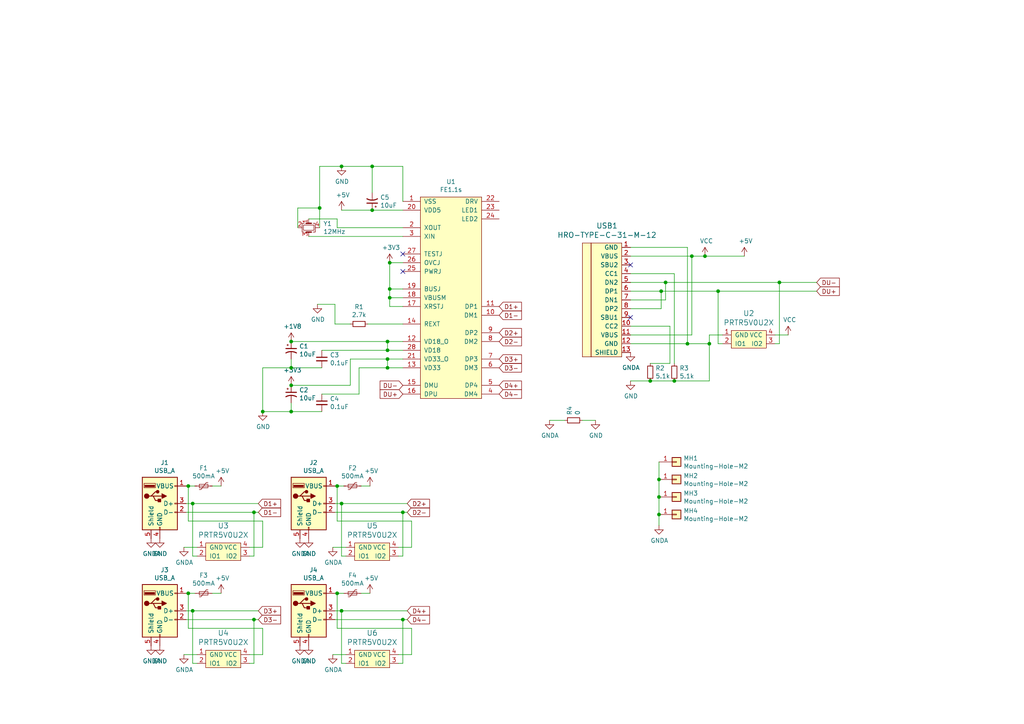
<source format=kicad_sch>
(kicad_sch (version 20230121) (generator eeschema)
  (paper "A4")
  (lib_symbols
    (symbol "Connector_Generic:Conn_01x01" (pin_names (offset 1.016) hide)
      (property "Reference" "J" (at 0 2.54 0))
      (property "Value" "Conn_01x01" (at 0 -2.54 0))
      (symbol "Conn_01x01_1_1"
        (rectangle (start -1.27 0.127) (end 0 -0.127) (stroke (width 0.1524)))
        (rectangle (start -1.27 1.27) (end 1.27 -1.27) (stroke (width 0.254)) (fill (type background)))
        (pin passive line (at -5.08 0 0) (length 3.81) (name "Pin_1") (number "1"))
      )
    )
    (symbol "Device:C_Small" (pin_numbers hide) (pin_names (offset 0.254) hide)
      (property "Reference" "C" (at 0.254 1.778 0))
      (property "Value" "C_Small" (at 0.254 -2.032 0))
      (symbol "C_Small_0_1"
        (polyline (pts (xy -1.524 -0.508) (xy 1.524 -0.508)) (stroke (width 0.3302)))
        (polyline (pts (xy -1.524 0.508) (xy 1.524 0.508)) (stroke (width 0.3048)))
      )
      (symbol "C_Small_1_1"
        (pin passive line (at 0 2.54 270) (length 2.032) (name "~") (number "1"))
        (pin passive line (at 0 -2.54 90) (length 2.032) (name "~") (number "2"))
      )
    )
    (symbol "Device:Polyfuse_Small" (pin_numbers hide) (pin_names (offset 0))
      (property "Reference" "F" (at -1.905 0 90))
      (property "Value" "Polyfuse_Small" (at 1.905 0 90))
      (symbol "Polyfuse_Small_0_1"
        (rectangle (start -0.508 1.27) (end 0.508 -1.27))
        (polyline (pts (xy 0 2.54) (xy 0 -2.54)))
        (polyline (pts (xy -1.016 1.27) (xy -1.016 0.762) (xy 1.016 -0.762) (xy 1.016 -1.27)))
      )
      (symbol "Polyfuse_Small_1_1"
        (pin passive line (at 0 2.54 270) (length 0.635) (name "~") (number "1"))
        (pin passive line (at 0 -2.54 90) (length 0.635) (name "~") (number "2"))
      )
    )
    (symbol "Device:R_Small" (pin_numbers hide) (pin_names (offset 0.254) hide)
      (property "Reference" "R" (at 0.762 0.508 0))
      (property "Value" "R_Small" (at 0.762 -1.016 0))
      (symbol "R_Small_0_1"
        (rectangle (start -0.762 1.778) (end 0.762 -1.778) (stroke (width 0.2032)))
      )
      (symbol "R_Small_1_1"
        (pin passive line (at 0 2.54 270) (length 0.762) (name "~") (number "1"))
        (pin passive line (at 0 -2.54 90) (length 0.762) (name "~") (number "2"))
      )
    )
    (symbol "Orion-rescue:CP1_Small-Device" (pin_numbers hide) (pin_names (offset 0.254) hide)
      (property "Reference" "C" (at 0.254 1.778 0))
      (property "Value" "Device_CP1_Small" (at 0.254 -2.032 0))
      (symbol "CP1_Small-Device_0_1"
        (polyline (pts (xy -1.524 0.508) (xy 1.524 0.508)) (stroke (width 0.3048)))
        (polyline (pts (xy -1.27 1.524) (xy -0.762 1.524)))
        (polyline (pts (xy -1.016 1.27) (xy -1.016 1.778)))
        (arc (start 1.524 -0.762) (mid 0 -0.3734) (end -1.524 -0.762) (stroke (width 0.3048)))
      )
      (symbol "CP1_Small-Device_1_1"
        (pin passive line (at 0 2.54 270) (length 2.032) (name "~") (number "1"))
        (pin passive line (at 0 -2.54 90) (length 2.032) (name "~") (number "2"))
      )
    )
    (symbol "Orion-rescue:Crystal_GND24_Small-Device" (pin_names (offset 1.016) hide)
      (property "Reference" "Y" (at 1.27 4.445 0))
      (property "Value" "Device_Crystal_GND24_Small" (at 1.27 2.54 0))
      (symbol "Crystal_GND24_Small-Device_0_1"
        (rectangle (start -0.762 -1.524) (end 0.762 1.524))
        (polyline (pts (xy -1.27 -0.762) (xy -1.27 0.762)) (stroke (width 0.381)))
        (polyline (pts (xy 1.27 -0.762) (xy 1.27 0.762)) (stroke (width 0.381)))
        (polyline (pts (xy -1.27 -1.27) (xy -1.27 -1.905) (xy 1.27 -1.905) (xy 1.27 -1.27)))
        (polyline (pts (xy -1.27 1.27) (xy -1.27 1.905) (xy 1.27 1.905) (xy 1.27 1.27)))
      )
      (symbol "Crystal_GND24_Small-Device_1_1"
        (pin passive line (at -2.54 0 0) (length 1.27) (name "1") (number "1"))
        (pin passive line (at 0 -3.175 90) (length 1.27) (name "2") (number "2"))
        (pin passive line (at 2.54 0 180) (length 1.27) (name "3") (number "3"))
        (pin passive line (at 0 3.175 270) (length 1.27) (name "4") (number "4"))
      )
    )
    (symbol "Orion-rescue:FE1.1s-random-keyboard-parts" (pin_names (offset 1.016))
      (property "Reference" "U" (at 0 -29.21 0))
      (property "Value" "random-keyboard-parts_FE1.1s" (at 0 31.75 0))
      (symbol "FE1.1s-random-keyboard-parts_0_1"
        (rectangle (start -8.89 30.48) (end 8.89 -27.94) (fill (type background)))
      )
      (symbol "FE1.1s-random-keyboard-parts_1_1"
        (pin input line (at -13.97 29.21 0) (length 5.08) (name "VSS") (number "1"))
        (pin input line (at 13.97 -3.81 180) (length 5.08) (name "DM1") (number "10"))
        (pin input line (at 13.97 -1.27 180) (length 5.08) (name "DP1") (number "11"))
        (pin input line (at -13.97 -11.43 0) (length 5.08) (name "VD18_O") (number "12"))
        (pin input line (at -13.97 -19.05 0) (length 5.08) (name "VD33") (number "13"))
        (pin input line (at -13.97 -6.35 0) (length 5.08) (name "REXT") (number "14"))
        (pin input line (at -13.97 -24.13 0) (length 5.08) (name "DMU") (number "15"))
        (pin input line (at -13.97 -26.67 0) (length 5.08) (name "DPU") (number "16"))
        (pin input line (at -13.97 -1.27 0) (length 5.08) (name "XRSTJ") (number "17"))
        (pin input line (at -13.97 1.27 0) (length 5.08) (name "VBUSM") (number "18"))
        (pin input line (at -13.97 3.81 0) (length 5.08) (name "BUSJ") (number "19"))
        (pin input line (at -13.97 21.59 0) (length 5.08) (name "XOUT") (number "2"))
        (pin input line (at -13.97 26.67 0) (length 5.08) (name "VDD5") (number "20"))
        (pin input line (at -13.97 -16.51 0) (length 5.08) (name "VD33_O") (number "21"))
        (pin input line (at 13.97 29.21 180) (length 5.08) (name "DRV") (number "22"))
        (pin input line (at 13.97 26.67 180) (length 5.08) (name "LED1") (number "23"))
        (pin input line (at 13.97 24.13 180) (length 5.08) (name "LED2") (number "24"))
        (pin input line (at -13.97 8.89 0) (length 5.08) (name "PWRJ") (number "25"))
        (pin input line (at -13.97 11.43 0) (length 5.08) (name "OVCJ") (number "26"))
        (pin input line (at -13.97 13.97 0) (length 5.08) (name "TESTJ") (number "27"))
        (pin input line (at -13.97 -13.97 0) (length 5.08) (name "VD18") (number "28"))
        (pin input line (at -13.97 19.05 0) (length 5.08) (name "XIN") (number "3"))
        (pin input line (at 13.97 -26.67 180) (length 5.08) (name "DM4") (number "4"))
        (pin input line (at 13.97 -24.13 180) (length 5.08) (name "DP4") (number "5"))
        (pin input line (at 13.97 -19.05 180) (length 5.08) (name "DM3") (number "6"))
        (pin input line (at 13.97 -16.51 180) (length 5.08) (name "DP3") (number "7"))
        (pin input line (at 13.97 -11.43 180) (length 5.08) (name "DM2") (number "8"))
        (pin input line (at 13.97 -8.89 180) (length 5.08) (name "DP2") (number "9"))
      )
    )
    (symbol "Orion-rescue:HRO-TYPE-C-31-M-12-Type-C" (pin_names (offset 1.016))
      (property "Reference" "USB" (at -5.08 16.51 0))
      (property "Value" "Type-C_HRO-TYPE-C-31-M-12" (at -10.16 -1.27 90))
      (symbol "HRO-TYPE-C-31-M-12-Type-C_0_1"
        (rectangle (start -11.43 15.24) (end -8.89 -17.78) (fill (type background)))
        (rectangle (start 0 -17.78) (end -8.89 15.24) (fill (type background)))
      )
      (symbol "HRO-TYPE-C-31-M-12-Type-C_1_1"
        (pin input line (at 2.54 13.97 180) (length 2.54) (name "GND") (number "1"))
        (pin input line (at 2.54 -8.89 180) (length 2.54) (name "CC2") (number "10"))
        (pin input line (at 2.54 -11.43 180) (length 2.54) (name "VBUS") (number "11"))
        (pin input line (at 2.54 -13.97 180) (length 2.54) (name "GND") (number "12"))
        (pin input line (at 2.54 -16.51 180) (length 2.54) (name "SHIELD") (number "13"))
        (pin input line (at 2.54 11.43 180) (length 2.54) (name "VBUS") (number "2"))
        (pin input line (at 2.54 8.89 180) (length 2.54) (name "SBU2") (number "3"))
        (pin input line (at 2.54 6.35 180) (length 2.54) (name "CC1") (number "4"))
        (pin input line (at 2.54 3.81 180) (length 2.54) (name "DN2") (number "5"))
        (pin input line (at 2.54 1.27 180) (length 2.54) (name "DP1") (number "6"))
        (pin input line (at 2.54 -1.27 180) (length 2.54) (name "DN1") (number "7"))
        (pin input line (at 2.54 -3.81 180) (length 2.54) (name "DP2") (number "8"))
        (pin input line (at 2.54 -6.35 180) (length 2.54) (name "SBU1") (number "9"))
      )
    )
    (symbol "Orion-rescue:PRTR5V0U2X-random-keyboard-parts" (pin_names (offset 1.016))
      (property "Reference" "U" (at 0 3.81 0))
      (property "Value" "random-keyboard-parts_PRTR5V0U2X" (at 0 -3.81 0))
      (symbol "PRTR5V0U2X-random-keyboard-parts_0_1"
        (rectangle (start -5.08 2.54) (end 5.08 -2.54) (fill (type background)))
      )
      (symbol "PRTR5V0U2X-random-keyboard-parts_1_1"
        (pin input line (at -7.62 1.27 0) (length 2.54) (name "GND") (number "1"))
        (pin input line (at -7.62 -1.27 0) (length 2.54) (name "IO1") (number "2"))
        (pin input line (at 7.62 -1.27 180) (length 2.54) (name "IO2") (number "3"))
        (pin input line (at 7.62 1.27 180) (length 2.54) (name "VCC") (number "4"))
      )
    )
    (symbol "Orion-rescue:USB_A-Connector" (pin_names (offset 1.016))
      (property "Reference" "J" (at -5.08 11.43 0))
      (property "Value" "Connector_USB_A" (at -5.08 8.89 0))
      (symbol "USB_A-Connector_0_1"
        (rectangle (start -5.08 -7.62) (end 5.08 7.62) (stroke (width 0.254)) (fill (type background)))
        (circle (center -3.81 2.159) (radius 0.635) (stroke (width 0.254)) (fill (type outline)))
        (rectangle (start -1.524 4.826) (end -4.318 5.334) (fill (type outline)))
        (rectangle (start -1.27 4.572) (end -4.572 5.842))
        (circle (center -0.635 3.429) (radius 0.381) (stroke (width 0.254)) (fill (type outline)))
        (rectangle (start -0.127 -7.62) (end 0.127 -6.858))
        (polyline (pts (xy -3.175 2.159) (xy -2.54 2.159) (xy -1.27 3.429) (xy -0.635 3.429)) (stroke (width 0.254)))
        (polyline (pts (xy -2.54 2.159) (xy -1.905 2.159) (xy -1.27 0.889) (xy 0 0.889)) (stroke (width 0.254)))
        (polyline (pts (xy 0.635 2.794) (xy 0.635 1.524) (xy 1.905 2.159) (xy 0.635 2.794)) (stroke (width 0.254)) (fill (type outline)))
        (rectangle (start 0.254 1.27) (end -0.508 0.508) (stroke (width 0.254)) (fill (type outline)))
        (rectangle (start 5.08 -2.667) (end 4.318 -2.413))
        (rectangle (start 5.08 -0.127) (end 4.318 0.127))
        (rectangle (start 5.08 4.953) (end 4.318 5.207))
      )
      (symbol "USB_A-Connector_1_1"
        (polyline (pts (xy -1.905 2.159) (xy 0.635 2.159)) (stroke (width 0.254)))
        (pin power_in line (at 7.62 5.08 180) (length 2.54) (name "VBUS") (number "1"))
        (pin passive line (at 7.62 -2.54 180) (length 2.54) (name "D-") (number "2"))
        (pin passive line (at 7.62 0 180) (length 2.54) (name "D+") (number "3"))
        (pin power_in line (at 0 -10.16 90) (length 2.54) (name "GND") (number "4"))
        (pin passive line (at -2.54 -10.16 90) (length 2.54) (name "Shield") (number "5"))
      )
    )
    (symbol "power:+1V8" (power) (pin_names (offset 0))
      (property "Value" "+1V8" (at 0 3.556 0))
      (symbol "+1V8_0_1"
        (polyline (pts (xy -0.762 1.27) (xy 0 2.54)))
        (polyline (pts (xy 0 0) (xy 0 2.54)))
        (polyline (pts (xy 0 2.54) (xy 0.762 1.27)))
      )
      (symbol "+1V8_1_1"
        (pin power_in line (at 0 0 90) (length 0) hide (name "+1V8") (number "1"))
      )
    )
    (symbol "power:+3V3" (power) (pin_names (offset 0))
      (property "Value" "+3V3" (at 0 3.556 0))
      (symbol "+3V3_0_1"
        (polyline (pts (xy -0.762 1.27) (xy 0 2.54)))
        (polyline (pts (xy 0 0) (xy 0 2.54)))
        (polyline (pts (xy 0 2.54) (xy 0.762 1.27)))
      )
      (symbol "+3V3_1_1"
        (pin power_in line (at 0 0 90) (length 0) hide (name "+3V3") (number "1"))
      )
    )
    (symbol "power:+5V" (power) (pin_names (offset 0))
      (property "Value" "+5V" (at 0 3.556 0))
      (symbol "+5V_0_1"
        (polyline (pts (xy -0.762 1.27) (xy 0 2.54)))
        (polyline (pts (xy 0 0) (xy 0 2.54)))
        (polyline (pts (xy 0 2.54) (xy 0.762 1.27)))
      )
      (symbol "+5V_1_1"
        (pin power_in line (at 0 0 90) (length 0) hide (name "+5V") (number "1"))
      )
    )
    (symbol "power:GND" (power) (pin_names (offset 0))
      (property "Value" "GND" (at 0 -3.81 0))
      (symbol "GND_0_1"
        (polyline (pts (xy 0 0) (xy 0 -1.27) (xy 1.27 -1.27) (xy 0 -2.54) (xy -1.27 -1.27) (xy 0 -1.27)))
      )
      (symbol "GND_1_1"
        (pin power_in line (at 0 0 270) (length 0) hide (name "GND") (number "1"))
      )
    )
    (symbol "power:GNDA" (power) (pin_names (offset 0))
      (property "Value" "GNDA" (at 0 -3.81 0))
      (symbol "GNDA_0_1"
        (polyline (pts (xy 0 0) (xy 0 -1.27) (xy 1.27 -1.27) (xy 0 -2.54) (xy -1.27 -1.27) (xy 0 -1.27)))
      )
      (symbol "GNDA_1_1"
        (pin power_in line (at 0 0 270) (length 0) hide (name "GNDA") (number "1"))
      )
    )
    (symbol "power:VCC" (power) (pin_names (offset 0))
      (property "Value" "VCC" (at 0 3.81 0))
      (symbol "VCC_0_1"
        (polyline (pts (xy -0.762 1.27) (xy 0 2.54)))
        (polyline (pts (xy 0 0) (xy 0 2.54)))
        (polyline (pts (xy 0 2.54) (xy 0.762 1.27)))
      )
      (symbol "VCC_1_1"
        (pin power_in line (at 0 0 90) (length 0) hide (name "VCC") (number "1"))
      )
    )
  )
  (junction (at 97.79 172.085))
  (junction (at 97.79 140.97))
  (junction (at 99.06 146.05))
  (junction (at 112.395 104.14))
  (junction (at 199.39 99.695))
  (junction (at 113.03 83.82))
  (junction (at 200.66 74.295))
  (junction (at 55.88 177.165))
  (junction (at 191.135 149.225))
  (junction (at 55.88 146.05))
  (junction (at 191.135 139.065))
  (junction (at 116.84 179.705))
  (junction (at 204.47 74.295))
  (junction (at 73.66 148.59))
  (junction (at 84.455 119.38))
  (junction (at 188.595 110.49))
  (junction (at 191.135 144.145))
  (junction (at 193.04 81.915))
  (junction (at 191.77 84.455))
  (junction (at 226.06 81.915))
  (junction (at 84.455 111.76))
  (junction (at 113.03 76.2))
  (junction (at 54.61 140.97))
  (junction (at 205.74 99.695))
  (junction (at 84.455 106.68))
  (junction (at 99.06 177.165))
  (junction (at 112.395 99.06))
  (junction (at 92.71 60.325))
  (junction (at 107.95 48.26))
  (junction (at 112.395 106.68))
  (junction (at 208.28 84.455))
  (junction (at 99.06 48.26))
  (junction (at 84.455 99.06))
  (junction (at 113.03 86.36))
  (junction (at 54.61 172.085))
  (junction (at 76.2 119.38))
  (junction (at 116.84 148.59))
  (junction (at 107.95 60.96))
  (junction (at 73.66 179.705))
  (junction (at 112.395 101.6))
  (junction (at 195.58 110.49))
  (no_connect (at 116.84 73.66))
  (no_connect (at 182.88 76.835))
  (no_connect (at 182.88 92.075))
  (no_connect (at 116.84 78.74))
  (wire (pts (xy 76.2 182.245) (xy 76.2 189.865)))
  (wire (pts (xy 113.03 76.2) (xy 113.03 83.82)))
  (wire (pts (xy 200.66 74.295) (xy 200.66 97.155)))
  (wire (pts (xy 191.77 84.455) (xy 208.28 84.455)))
  (wire (pts (xy 116.84 68.58) (xy 89.535 68.58)))
  (wire (pts (xy 57.15 192.405) (xy 55.88 192.405)))
  (wire (pts (xy 116.84 99.06) (xy 112.395 99.06)))
  (wire (pts (xy 84.455 116.84) (xy 84.455 119.38)))
  (wire (pts (xy 204.47 74.295) (xy 215.9 74.295)))
  (wire (pts (xy 209.55 99.695) (xy 208.28 99.695)))
  (wire (pts (xy 194.31 105.41) (xy 188.595 105.41)))
  (wire (pts (xy 224.79 97.155) (xy 228.6 97.155)))
  (wire (pts (xy 107.315 172.085) (xy 104.775 172.085)))
  (wire (pts (xy 54.61 140.97) (xy 53.975 140.97)))
  (wire (pts (xy 191.135 133.985) (xy 191.135 139.065)))
  (wire (pts (xy 199.39 71.755) (xy 182.88 71.755)))
  (wire (pts (xy 191.135 144.145) (xy 191.135 149.225)))
  (wire (pts (xy 107.95 48.26) (xy 116.84 48.26)))
  (wire (pts (xy 119.38 182.245) (xy 97.79 182.245)))
  (wire (pts (xy 92.71 60.325) (xy 92.71 48.26)))
  (wire (pts (xy 172.72 121.92) (xy 168.91 121.92)))
  (wire (pts (xy 72.39 161.29) (xy 73.66 161.29)))
  (wire (pts (xy 76.2 119.38) (xy 84.455 119.38)))
  (wire (pts (xy 99.06 48.26) (xy 107.95 48.26)))
  (wire (pts (xy 99.06 177.165) (xy 118.11 177.165)))
  (wire (pts (xy 97.79 63.5) (xy 97.79 66.04)))
  (wire (pts (xy 74.93 148.59) (xy 73.66 148.59)))
  (wire (pts (xy 208.28 99.695) (xy 208.28 84.455)))
  (wire (pts (xy 119.38 151.13) (xy 119.38 158.75)))
  (wire (pts (xy 188.595 110.49) (xy 182.88 110.49)))
  (wire (pts (xy 84.455 106.68) (xy 76.2 106.68)))
  (wire (pts (xy 76.2 189.865) (xy 72.39 189.865)))
  (wire (pts (xy 118.11 148.59) (xy 116.84 148.59)))
  (wire (pts (xy 55.88 161.29) (xy 55.88 146.05)))
  (wire (pts (xy 115.57 192.405) (xy 116.84 192.405)))
  (wire (pts (xy 99.695 140.97) (xy 97.79 140.97)))
  (wire (pts (xy 92.71 66.04) (xy 92.71 60.325)))
  (wire (pts (xy 74.93 179.705) (xy 73.66 179.705)))
  (wire (pts (xy 97.79 172.085) (xy 97.155 172.085)))
  (wire (pts (xy 116.84 179.705) (xy 97.155 179.705)))
  (wire (pts (xy 205.74 97.155) (xy 209.55 97.155)))
  (wire (pts (xy 73.66 192.405) (xy 73.66 179.705)))
  (wire (pts (xy 56.515 140.97) (xy 54.61 140.97)))
  (wire (pts (xy 76.2 106.68) (xy 76.2 119.38)))
  (wire (pts (xy 104.14 114.3) (xy 104.14 106.68)))
  (wire (pts (xy 54.61 172.085) (xy 53.975 172.085)))
  (wire (pts (xy 96.52 189.865) (xy 100.33 189.865)))
  (wire (pts (xy 193.04 86.995) (xy 182.88 86.995)))
  (wire (pts (xy 112.395 101.6) (xy 116.84 101.6)))
  (wire (pts (xy 93.345 106.68) (xy 84.455 106.68)))
  (wire (pts (xy 99.695 172.085) (xy 97.79 172.085)))
  (wire (pts (xy 107.95 48.26) (xy 107.95 55.88)))
  (wire (pts (xy 92.075 88.265) (xy 97.155 88.265)))
  (wire (pts (xy 64.135 172.085) (xy 61.595 172.085)))
  (wire (pts (xy 73.66 161.29) (xy 73.66 148.59)))
  (wire (pts (xy 116.84 88.9) (xy 113.03 88.9)))
  (wire (pts (xy 76.2 151.13) (xy 54.61 151.13)))
  (wire (pts (xy 86.36 60.325) (xy 86.36 66.04)))
  (wire (pts (xy 112.395 99.06) (xy 112.395 101.6)))
  (wire (pts (xy 113.03 88.9) (xy 113.03 86.36)))
  (wire (pts (xy 112.395 106.68) (xy 116.84 106.68)))
  (wire (pts (xy 194.31 94.615) (xy 194.31 105.41)))
  (wire (pts (xy 195.58 110.49) (xy 188.595 110.49)))
  (wire (pts (xy 93.345 101.6) (xy 112.395 101.6)))
  (wire (pts (xy 97.155 146.05) (xy 99.06 146.05)))
  (wire (pts (xy 96.52 158.75) (xy 100.33 158.75)))
  (wire (pts (xy 106.68 93.98) (xy 116.84 93.98)))
  (wire (pts (xy 84.455 104.14) (xy 84.455 106.68)))
  (wire (pts (xy 226.06 99.695) (xy 226.06 81.915)))
  (wire (pts (xy 119.38 189.865) (xy 119.38 182.245)))
  (wire (pts (xy 54.61 151.13) (xy 54.61 140.97)))
  (wire (pts (xy 97.79 151.13) (xy 119.38 151.13)))
  (wire (pts (xy 92.71 60.325) (xy 86.36 60.325)))
  (wire (pts (xy 76.2 158.75) (xy 72.39 158.75)))
  (wire (pts (xy 115.57 161.29) (xy 116.84 161.29)))
  (wire (pts (xy 55.88 146.05) (xy 74.93 146.05)))
  (wire (pts (xy 84.455 119.38) (xy 93.345 119.38)))
  (wire (pts (xy 99.06 146.05) (xy 118.11 146.05)))
  (wire (pts (xy 182.88 74.295) (xy 200.66 74.295)))
  (wire (pts (xy 116.84 48.26) (xy 116.84 58.42)))
  (wire (pts (xy 224.79 99.695) (xy 226.06 99.695)))
  (wire (pts (xy 116.84 148.59) (xy 97.155 148.59)))
  (wire (pts (xy 54.61 182.245) (xy 76.2 182.245)))
  (wire (pts (xy 97.155 177.165) (xy 99.06 177.165)))
  (wire (pts (xy 97.155 93.98) (xy 101.6 93.98)))
  (wire (pts (xy 193.04 81.915) (xy 193.04 86.995)))
  (wire (pts (xy 112.395 99.06) (xy 84.455 99.06)))
  (wire (pts (xy 107.315 140.97) (xy 104.775 140.97)))
  (wire (pts (xy 53.34 189.865) (xy 57.15 189.865)))
  (wire (pts (xy 97.79 140.97) (xy 97.155 140.97)))
  (wire (pts (xy 191.135 149.225) (xy 191.135 152.4)))
  (wire (pts (xy 205.74 110.49) (xy 205.74 99.695)))
  (wire (pts (xy 195.58 110.49) (xy 205.74 110.49)))
  (wire (pts (xy 195.58 79.375) (xy 182.88 79.375)))
  (wire (pts (xy 72.39 192.405) (xy 73.66 192.405)))
  (wire (pts (xy 107.95 60.96) (xy 99.06 60.96)))
  (wire (pts (xy 119.38 158.75) (xy 115.57 158.75)))
  (wire (pts (xy 113.03 86.36) (xy 113.03 83.82)))
  (wire (pts (xy 182.88 81.915) (xy 193.04 81.915)))
  (wire (pts (xy 204.47 74.295) (xy 200.66 74.295)))
  (wire (pts (xy 57.15 161.29) (xy 55.88 161.29)))
  (wire (pts (xy 112.395 104.14) (xy 112.395 106.68)))
  (wire (pts (xy 116.84 60.96) (xy 107.95 60.96)))
  (wire (pts (xy 113.03 83.82) (xy 116.84 83.82)))
  (wire (pts (xy 116.84 104.14) (xy 112.395 104.14)))
  (wire (pts (xy 97.79 172.085) (xy 97.79 182.245)))
  (wire (pts (xy 116.84 76.2) (xy 113.03 76.2)))
  (wire (pts (xy 101.6 111.76) (xy 84.455 111.76)))
  (wire (pts (xy 100.33 192.405) (xy 99.06 192.405)))
  (wire (pts (xy 56.515 172.085) (xy 54.61 172.085)))
  (wire (pts (xy 200.66 97.155) (xy 182.88 97.155)))
  (wire (pts (xy 54.61 182.245) (xy 54.61 172.085)))
  (wire (pts (xy 118.11 179.705) (xy 116.84 179.705)))
  (wire (pts (xy 55.88 177.165) (xy 74.93 177.165)))
  (wire (pts (xy 89.535 63.5) (xy 97.79 63.5)))
  (wire (pts (xy 76.2 158.75) (xy 76.2 151.13)))
  (wire (pts (xy 191.77 84.455) (xy 182.88 84.455)))
  (wire (pts (xy 73.66 179.705) (xy 53.975 179.705)))
  (wire (pts (xy 104.14 106.68) (xy 112.395 106.68)))
  (wire (pts (xy 97.79 66.04) (xy 116.84 66.04)))
  (wire (pts (xy 92.71 48.26) (xy 99.06 48.26)))
  (wire (pts (xy 195.58 105.41) (xy 195.58 79.375)))
  (wire (pts (xy 112.395 104.14) (xy 101.6 104.14)))
  (wire (pts (xy 64.135 140.97) (xy 61.595 140.97)))
  (wire (pts (xy 199.39 99.695) (xy 199.39 71.755)))
  (wire (pts (xy 53.975 177.165) (xy 55.88 177.165)))
  (wire (pts (xy 101.6 104.14) (xy 101.6 111.76)))
  (wire (pts (xy 182.88 99.695) (xy 199.39 99.695)))
  (wire (pts (xy 100.33 161.29) (xy 99.06 161.29)))
  (wire (pts (xy 99.06 161.29) (xy 99.06 146.05)))
  (wire (pts (xy 116.84 86.36) (xy 113.03 86.36)))
  (wire (pts (xy 97.155 88.265) (xy 97.155 93.98)))
  (wire (pts (xy 159.385 121.92) (xy 163.83 121.92)))
  (wire (pts (xy 199.39 99.695) (xy 205.74 99.695)))
  (wire (pts (xy 116.84 192.405) (xy 116.84 179.705)))
  (wire (pts (xy 182.88 89.535) (xy 191.77 89.535)))
  (wire (pts (xy 119.38 189.865) (xy 115.57 189.865)))
  (wire (pts (xy 116.84 161.29) (xy 116.84 148.59)))
  (wire (pts (xy 53.975 146.05) (xy 55.88 146.05)))
  (wire (pts (xy 226.06 81.915) (xy 236.855 81.915)))
  (wire (pts (xy 55.88 192.405) (xy 55.88 177.165)))
  (wire (pts (xy 99.06 192.405) (xy 99.06 177.165)))
  (wire (pts (xy 73.66 148.59) (xy 53.975 148.59)))
  (wire (pts (xy 53.34 158.75) (xy 57.15 158.75)))
  (wire (pts (xy 93.345 114.3) (xy 104.14 114.3)))
  (wire (pts (xy 182.88 94.615) (xy 194.31 94.615)))
  (wire (pts (xy 191.135 139.065) (xy 191.135 144.145)))
  (wire (pts (xy 208.28 84.455) (xy 236.855 84.455)))
  (wire (pts (xy 193.04 81.915) (xy 226.06 81.915)))
  (wire (pts (xy 191.77 89.535) (xy 191.77 84.455)))
  (wire (pts (xy 205.74 99.695) (xy 205.74 97.155)))
  (wire (pts (xy 97.79 140.97) (xy 97.79 151.13)))
  (global_label "D4+" (shape input) (at 118.11 177.165 0) (property "Intersheetrefs" "${INTERSHEET_REFS}" (effects hide)))
  (global_label "D1+" (shape input) (at 144.78 88.9 0) (property "Intersheetrefs" "${INTERSHEET_REFS}" (effects hide)))
  (global_label "DU+" (shape input) (at 236.855 84.455 0) (property "Intersheetrefs" "${INTERSHEET_REFS}" (effects hide)))
  (global_label "D1+" (shape input) (at 74.93 146.05 0) (property "Intersheetrefs" "${INTERSHEET_REFS}" (effects hide)))
  (global_label "DU-" (shape input) (at 116.84 111.76 180) (property "Intersheetrefs" "${INTERSHEET_REFS}" (effects hide)))
  (global_label "D1-" (shape input) (at 144.78 91.44 0) (property "Intersheetrefs" "${INTERSHEET_REFS}" (effects hide)))
  (global_label "D2+" (shape input) (at 144.78 96.52 0) (property "Intersheetrefs" "${INTERSHEET_REFS}" (effects hide)))
  (global_label "D4-" (shape input) (at 144.78 114.3 0) (property "Intersheetrefs" "${INTERSHEET_REFS}" (effects hide)))
  (global_label "D1-" (shape input) (at 74.93 148.59 0) (property "Intersheetrefs" "${INTERSHEET_REFS}" (effects hide)))
  (global_label "D4-" (shape input) (at 118.11 179.705 0) (property "Intersheetrefs" "${INTERSHEET_REFS}" (effects hide)))
  (global_label "D3-" (shape input) (at 74.93 179.705 0) (property "Intersheetrefs" "${INTERSHEET_REFS}" (effects hide)))
  (global_label "D2-" (shape input) (at 144.78 99.06 0) (property "Intersheetrefs" "${INTERSHEET_REFS}" (effects hide)))
  (global_label "D4+" (shape input) (at 144.78 111.76 0) (property "Intersheetrefs" "${INTERSHEET_REFS}" (effects hide)))
  (global_label "D2+" (shape input) (at 118.11 146.05 0) (property "Intersheetrefs" "${INTERSHEET_REFS}" (effects hide)))
  (global_label "D2-" (shape input) (at 118.11 148.59 0) (property "Intersheetrefs" "${INTERSHEET_REFS}" (effects hide)))
  (global_label "D3-" (shape input) (at 144.78 106.68 0) (property "Intersheetrefs" "${INTERSHEET_REFS}" (effects hide)))
  (global_label "D3+" (shape input) (at 74.93 177.165 0) (property "Intersheetrefs" "${INTERSHEET_REFS}" (effects hide)))
  (global_label "DU+" (shape input) (at 116.84 114.3 180) (property "Intersheetrefs" "${INTERSHEET_REFS}" (effects hide)))
  (global_label "D3+" (shape input) (at 144.78 104.14 0) (property "Intersheetrefs" "${INTERSHEET_REFS}" (effects hide)))
  (global_label "DU-" (shape input) (at 236.855 81.915 0) (property "Intersheetrefs" "${INTERSHEET_REFS}" (effects hide)))
  (symbol (lib_id "Orion-rescue:Crystal_GND24_Small-Device") (at 89.535 66.04 270) (unit 1)
    (property "Reference" "Y1" (at 93.7514 64.8716 90) (effects (justify left)))
    (property "Value" "12MHz" (at 93.7514 67.183 90) (effects (justify left)))
    (property "Footprint" "Crystals:Crystal_SMD_3225-4pin_3.2x2.5mm" (effects hide))
  )
  (symbol (lib_id "Orion-rescue:FE1.1s-random-keyboard-parts") (at 130.81 87.63 0) (unit 1)
    (property "Reference" "U1" (at 130.81 52.705 0))
    (property "Value" "FE1.1s" (at 130.81 55.0164 0))
    (property "Footprint" "Housings_SSOP:SSOP-28_3.9x9.9mm_Pitch0.635mm" (effects hide))
  )
  (symbol (lib_id "Orion-rescue:CP1_Small-Device") (at 107.95 58.42 180) (unit 1)
    (property "Reference" "C5" (at 110.2614 57.2516 0) (effects (justify right)))
    (property "Value" "10uF" (at 110.2614 59.563 0) (effects (justify right)))
    (property "Footprint" "Capacitors_Tantalum_SMD:CP_Tantalum_Case-B_EIA-3528-21_Reflow" (effects hide))
  )
  (symbol (lib_id "power:+5V") (at 99.06 60.96 0) (unit 1)
    (property "Reference" "#PWR0101" (effects hide))
    (property "Value" "+5V" (at 99.441 56.5658 0))
  )
  (symbol (lib_id "power:GND") (at 99.06 48.26 0) (unit 1)
    (property "Reference" "#PWR0102" (effects hide))
    (property "Value" "GND" (at 99.187 52.6542 0))
  )
  (symbol (lib_id "power:+3V3") (at 113.03 76.2 0) (unit 1)
    (property "Reference" "#PWR0103" (effects hide))
    (property "Value" "+3V3" (at 113.411 71.8058 0))
  )
  (symbol (lib_id "Device:R_Small") (at 104.14 93.98 270) (unit 1)
    (property "Reference" "R1" (at 104.14 89.0016 90))
    (property "Value" "2.7k" (at 104.14 91.313 90))
    (property "Footprint" "Resistors_SMD:R_0805" (effects hide))
  )
  (symbol (lib_id "power:GND") (at 92.075 88.265 0) (unit 1)
    (property "Reference" "#PWR0104" (effects hide))
    (property "Value" "GND" (at 92.202 92.6592 0))
  )
  (symbol (lib_id "Orion-rescue:CP1_Small-Device") (at 84.455 101.6 0) (unit 1)
    (property "Reference" "C1" (at 86.7664 100.4316 0) (effects (justify left)))
    (property "Value" "10uF" (at 86.7664 102.743 0) (effects (justify left)))
    (property "Footprint" "Capacitors_Tantalum_SMD:CP_Tantalum_Case-B_EIA-3528-21_Reflow" (effects hide))
  )
  (symbol (lib_id "Orion-rescue:CP1_Small-Device") (at 84.455 114.3 0) (unit 1)
    (property "Reference" "C2" (at 86.7664 113.1316 0) (effects (justify left)))
    (property "Value" "10uF" (at 86.7664 115.443 0) (effects (justify left)))
    (property "Footprint" "Capacitors_Tantalum_SMD:CP_Tantalum_Case-B_EIA-3528-21_Reflow" (effects hide))
  )
  (symbol (lib_id "Device:C_Small") (at 93.345 104.14 0) (unit 1)
    (property "Reference" "C3" (at 95.6818 102.9716 0) (effects (justify left)))
    (property "Value" "0.1uF" (at 95.6818 105.283 0) (effects (justify left)))
    (property "Footprint" "Capacitors_SMD:C_0805" (effects hide))
  )
  (symbol (lib_id "Device:C_Small") (at 93.345 116.84 0) (unit 1)
    (property "Reference" "C4" (at 95.6818 115.6716 0) (effects (justify left)))
    (property "Value" "0.1uF" (at 95.6818 117.983 0) (effects (justify left)))
    (property "Footprint" "Capacitors_SMD:C_0805" (effects hide))
  )
  (symbol (lib_id "power:GND") (at 76.2 119.38 0) (unit 1)
    (property "Reference" "#PWR0105" (effects hide))
    (property "Value" "GND" (at 76.327 123.7742 0))
  )
  (symbol (lib_id "power:+1V8") (at 84.455 99.06 0) (unit 1)
    (property "Reference" "#PWR0106" (effects hide))
    (property "Value" "+1V8" (at 84.836 94.6658 0))
  )
  (symbol (lib_id "power:+3V3") (at 84.455 111.76 0) (unit 1)
    (property "Reference" "#PWR0107" (effects hide))
    (property "Value" "+3V3" (at 84.836 107.3658 0))
  )
  (symbol (lib_id "Orion-rescue:USB_A-Connector") (at 46.355 146.05 0) (unit 1)
    (property "Reference" "J1" (at 47.752 134.1882 0))
    (property "Value" "USB_A" (at 47.752 136.4996 0))
    (property "Footprint" "random-keyboard-parts:USB-A-Generic" (effects hide))
    (property "Datasheet" " ~" (effects hide))
  )
  (symbol (lib_id "power:GND") (at 46.355 156.21 0) (unit 1)
    (property "Reference" "#PWR0109" (effects hide))
    (property "Value" "GND" (at 46.482 160.6042 0))
  )
  (symbol (lib_id "Orion-rescue:USB_A-Connector") (at 89.535 146.05 0) (unit 1)
    (property "Reference" "J2" (at 90.932 134.1882 0))
    (property "Value" "USB_A" (at 90.932 136.4996 0))
    (property "Footprint" "random-keyboard-parts:USB-A-Generic" (effects hide))
    (property "Datasheet" " ~" (effects hide))
  )
  (symbol (lib_id "power:GND") (at 89.535 156.21 0) (unit 1)
    (property "Reference" "#PWR0112" (effects hide))
    (property "Value" "GND" (at 89.662 160.6042 0))
  )
  (symbol (lib_id "Orion-rescue:USB_A-Connector") (at 46.355 177.165 0) (unit 1)
    (property "Reference" "J3" (at 47.752 165.3032 0))
    (property "Value" "USB_A" (at 47.752 167.6146 0))
    (property "Footprint" "random-keyboard-parts:USB-A-Generic" (effects hide))
    (property "Datasheet" " ~" (effects hide))
  )
  (symbol (lib_id "power:GND") (at 46.355 187.325 0) (unit 1)
    (property "Reference" "#PWR0115" (effects hide))
    (property "Value" "GND" (at 46.482 191.7192 0))
  )
  (symbol (lib_id "Orion-rescue:USB_A-Connector") (at 89.535 177.165 0) (unit 1)
    (property "Reference" "J4" (at 90.932 165.3032 0))
    (property "Value" "USB_A" (at 90.932 167.6146 0))
    (property "Footprint" "random-keyboard-parts:USB-A-Generic" (effects hide))
    (property "Datasheet" " ~" (effects hide))
  )
  (symbol (lib_id "power:+5V") (at 107.315 172.085 0) (unit 1)
    (property "Reference" "#PWR0117" (effects hide))
    (property "Value" "+5V" (at 107.696 167.6908 0))
  )
  (symbol (lib_id "power:GND") (at 89.535 187.325 0) (unit 1)
    (property "Reference" "#PWR0118" (effects hide))
    (property "Value" "GND" (at 89.662 191.7192 0))
  )
  (symbol (lib_id "Orion-rescue:HRO-TYPE-C-31-M-12-Type-C") (at 180.34 85.725 0) (unit 1)
    (property "Reference" "USB1" (at 176.0474 65.4812 0) (effects (font (size 1.524 1.524))))
    (property "Value" "HRO-TYPE-C-31-M-12" (at 176.0474 68.1736 0) (effects (font (size 1.524 1.524))))
    (property "Footprint" "Type-C:HRO-TYPE-C-31-M-12-Assembly" (effects hide))
  )
  (symbol (lib_id "Device:R_Small") (at 188.595 107.95 180) (unit 1)
    (property "Reference" "R2" (at 190.0936 106.7816 0) (effects (justify right)))
    (property "Value" "5.1k" (at 190.0936 109.093 0) (effects (justify right)))
    (property "Footprint" "Resistors_SMD:R_0805" (effects hide))
  )
  (symbol (lib_id "Device:R_Small") (at 195.58 107.95 180) (unit 1)
    (property "Reference" "R3" (at 197.0786 106.7816 0) (effects (justify right)))
    (property "Value" "5.1k" (at 197.0786 109.093 0) (effects (justify right)))
    (property "Footprint" "Resistors_SMD:R_0805" (effects hide))
  )
  (symbol (lib_id "power:+5V") (at 215.9 74.295 0) (unit 1)
    (property "Reference" "#PWR0120" (effects hide))
    (property "Value" "+5V" (at 216.281 69.9008 0))
  )
  (symbol (lib_id "power:VCC") (at 204.47 74.295 0) (unit 1)
    (property "Reference" "#PWR0121" (effects hide))
    (property "Value" "VCC" (at 204.9018 69.9008 0))
  )
  (symbol (lib_id "power:GND") (at 182.88 110.49 0) (unit 1)
    (property "Reference" "#PWR0122" (effects hide))
    (property "Value" "GND" (at 183.007 114.8842 0))
  )
  (symbol (lib_id "Orion-rescue:PRTR5V0U2X-random-keyboard-parts") (at 217.17 98.425 0) (unit 1)
    (property "Reference" "U2" (at 217.17 90.8812 0) (effects (font (size 1.524 1.524))))
    (property "Value" "PRTR5V0U2X" (at 217.17 93.5736 0) (effects (font (size 1.524 1.524))))
    (property "Footprint" "random-keyboard-parts:SOT143B" (effects hide))
  )
  (symbol (lib_id "power:VCC") (at 228.6 97.155 0) (unit 1)
    (property "Reference" "#PWR0110" (effects hide))
    (property "Value" "VCC" (at 229.0318 92.7608 0))
  )
  (symbol (lib_id "Device:Polyfuse_Small") (at 102.235 172.085 270) (unit 1)
    (property "Reference" "F4" (at 102.235 166.878 90))
    (property "Value" "500mA" (at 102.235 169.1894 90))
    (property "Footprint" "Fuse_Holders_and_Fuses:Fuse_SMD1206_Reflow" (effects hide))
  )
  (symbol (lib_id "power:+5V") (at 64.135 172.085 0) (unit 1)
    (property "Reference" "#PWR0108" (effects hide))
    (property "Value" "+5V" (at 64.516 167.6908 0))
  )
  (symbol (lib_id "Device:Polyfuse_Small") (at 59.055 172.085 270) (unit 1)
    (property "Reference" "F3" (at 59.055 166.878 90))
    (property "Value" "500mA" (at 59.055 169.1894 90))
    (property "Footprint" "Fuse_Holders_and_Fuses:Fuse_SMD1206_Reflow" (effects hide))
  )
  (symbol (lib_id "power:+5V") (at 107.315 140.97 0) (unit 1)
    (property "Reference" "#PWR0111" (effects hide))
    (property "Value" "+5V" (at 107.696 136.5758 0))
  )
  (symbol (lib_id "Device:Polyfuse_Small") (at 102.235 140.97 270) (unit 1)
    (property "Reference" "F2" (at 102.235 135.763 90))
    (property "Value" "500mA" (at 102.235 138.0744 90))
    (property "Footprint" "Fuse_Holders_and_Fuses:Fuse_SMD1206_Reflow" (effects hide))
  )
  (symbol (lib_id "power:+5V") (at 64.135 140.97 0) (unit 1)
    (property "Reference" "#PWR0113" (effects hide))
    (property "Value" "+5V" (at 64.516 136.5758 0))
  )
  (symbol (lib_id "Device:Polyfuse_Small") (at 59.055 140.97 270) (unit 1)
    (property "Reference" "F1" (at 59.055 135.763 90))
    (property "Value" "500mA" (at 59.055 138.0744 90))
    (property "Footprint" "Fuse_Holders_and_Fuses:Fuse_SMD1206_Reflow" (effects hide))
  )
  (symbol (lib_id "Connector_Generic:Conn_01x01") (at 196.215 133.985 0) (unit 1)
    (property "Reference" "MH1" (at 198.247 132.9182 0) (effects (justify left)))
    (property "Value" "Mounting-Hole-M2" (at 198.247 135.2296 0) (effects (justify left)))
    (property "Footprint" "Mounting_Holes:MountingHole_2.2mm_M2_Pad_Via" (effects hide))
  )
  (symbol (lib_id "Connector_Generic:Conn_01x01") (at 196.215 139.065 0) (unit 1)
    (property "Reference" "MH2" (at 198.247 137.9982 0) (effects (justify left)))
    (property "Value" "Mounting-Hole-M2" (at 198.247 140.3096 0) (effects (justify left)))
    (property "Footprint" "Mounting_Holes:MountingHole_2.2mm_M2_Pad_Via" (effects hide))
  )
  (symbol (lib_id "Connector_Generic:Conn_01x01") (at 196.215 144.145 0) (unit 1)
    (property "Reference" "MH3" (at 198.247 143.0782 0) (effects (justify left)))
    (property "Value" "Mounting-Hole-M2" (at 198.247 145.3896 0) (effects (justify left)))
    (property "Footprint" "Mounting_Holes:MountingHole_2.2mm_M2_Pad_Via" (effects hide))
  )
  (symbol (lib_id "Connector_Generic:Conn_01x01") (at 196.215 149.225 0) (unit 1)
    (property "Reference" "MH4" (at 198.247 148.1582 0) (effects (justify left)))
    (property "Value" "Mounting-Hole-M2" (at 198.247 150.4696 0) (effects (justify left)))
    (property "Footprint" "Mounting_Holes:MountingHole_2.2mm_M2_Pad_Via" (effects hide))
  )
  (symbol (lib_id "power:GNDA") (at 86.995 187.325 0) (unit 1)
    (property "Reference" "#PWR0116" (effects hide))
    (property "Value" "GNDA" (at 87.122 191.7192 0))
  )
  (symbol (lib_id "power:GNDA") (at 43.815 187.325 0) (unit 1)
    (property "Reference" "#PWR0119" (effects hide))
    (property "Value" "GNDA" (at 43.942 191.7192 0))
  )
  (symbol (lib_id "power:GNDA") (at 86.995 156.21 0) (unit 1)
    (property "Reference" "#PWR0123" (effects hide))
    (property "Value" "GNDA" (at 87.122 160.6042 0))
  )
  (symbol (lib_id "power:GNDA") (at 43.815 156.21 0) (unit 1)
    (property "Reference" "#PWR0124" (effects hide))
    (property "Value" "GNDA" (at 43.942 160.6042 0))
  )
  (symbol (lib_id "Device:R_Small") (at 166.37 121.92 270) (unit 1)
    (property "Reference" "R4" (at 165.2016 120.4214 0) (effects (justify right)))
    (property "Value" "0" (at 167.513 120.4214 0) (effects (justify right)))
    (property "Footprint" "Resistors_SMD:R_0805" (effects hide))
  )
  (symbol (lib_id "power:GND") (at 172.72 121.92 0) (unit 1)
    (property "Reference" "#PWR0125" (effects hide))
    (property "Value" "GND" (at 172.847 126.3142 0))
  )
  (symbol (lib_id "power:GNDA") (at 159.385 121.92 0) (unit 1)
    (property "Reference" "#PWR0126" (effects hide))
    (property "Value" "GNDA" (at 159.512 126.3142 0))
  )
  (symbol (lib_id "power:GNDA") (at 182.88 102.235 0) (unit 1)
    (property "Reference" "#PWR0127" (effects hide))
    (property "Value" "GNDA" (at 183.007 106.6292 0))
  )
  (symbol (lib_id "power:GNDA") (at 191.135 152.4 0) (unit 1)
    (property "Reference" "#PWR0114" (effects hide))
    (property "Value" "GNDA" (at 191.262 156.7942 0))
  )
  (symbol (lib_id "Orion-rescue:PRTR5V0U2X-random-keyboard-parts") (at 107.95 191.135 0) (unit 1)
    (property "Reference" "U6" (at 107.95 183.5912 0) (effects (font (size 1.524 1.524))))
    (property "Value" "PRTR5V0U2X" (at 107.95 186.2836 0) (effects (font (size 1.524 1.524))))
    (property "Footprint" "random-keyboard-parts:SOT143B" (effects hide))
  )
  (symbol (lib_id "power:GNDA") (at 96.52 189.865 0) (unit 1)
    (property "Reference" "#PWR0128" (effects hide))
    (property "Value" "GNDA" (at 96.647 194.2592 0))
  )
  (symbol (lib_id "Orion-rescue:PRTR5V0U2X-random-keyboard-parts") (at 64.77 191.135 0) (unit 1)
    (property "Reference" "U4" (at 64.77 183.5912 0) (effects (font (size 1.524 1.524))))
    (property "Value" "PRTR5V0U2X" (at 64.77 186.2836 0) (effects (font (size 1.524 1.524))))
    (property "Footprint" "random-keyboard-parts:SOT143B" (effects hide))
  )
  (symbol (lib_id "power:GNDA") (at 53.34 189.865 0) (unit 1)
    (property "Reference" "#PWR0129" (effects hide))
    (property "Value" "GNDA" (at 53.467 194.2592 0))
  )
  (symbol (lib_id "Orion-rescue:PRTR5V0U2X-random-keyboard-parts") (at 107.95 160.02 0) (unit 1)
    (property "Reference" "U5" (at 107.95 152.4762 0) (effects (font (size 1.524 1.524))))
    (property "Value" "PRTR5V0U2X" (at 107.95 155.1686 0) (effects (font (size 1.524 1.524))))
    (property "Footprint" "random-keyboard-parts:SOT143B" (effects hide))
  )
  (symbol (lib_id "power:GNDA") (at 96.52 158.75 0) (unit 1)
    (property "Reference" "#PWR0130" (effects hide))
    (property "Value" "GNDA" (at 96.647 163.1442 0))
  )
  (symbol (lib_id "Orion-rescue:PRTR5V0U2X-random-keyboard-parts") (at 64.77 160.02 0) (unit 1)
    (property "Reference" "U3" (at 64.77 152.4762 0) (effects (font (size 1.524 1.524))))
    (property "Value" "PRTR5V0U2X" (at 64.77 155.1686 0) (effects (font (size 1.524 1.524))))
    (property "Footprint" "random-keyboard-parts:SOT143B" (effects hide))
  )
  (symbol (lib_id "power:GNDA") (at 53.34 158.75 0) (unit 1)
    (property "Reference" "#PWR0131" (effects hide))
    (property "Value" "GNDA" (at 53.467 163.1442 0))
  )
)
</source>
